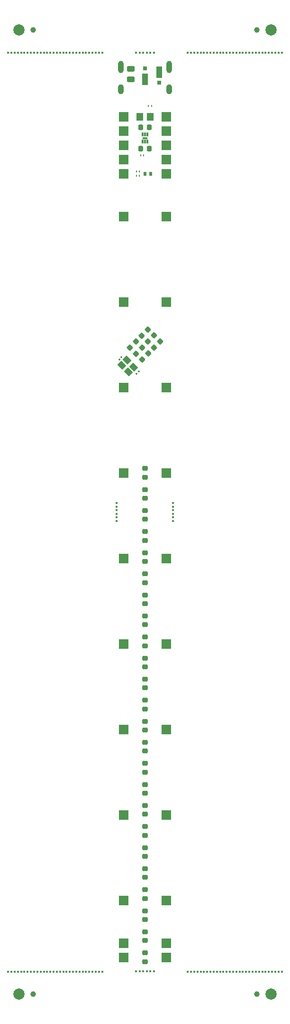
<source format=gbs>
G04 #@! TF.GenerationSoftware,KiCad,Pcbnew,(6.0.6)*
G04 #@! TF.CreationDate,2023-03-02T22:16:17-07:00*
G04 #@! TF.ProjectId,RP2040-Breadstick,52503230-3430-42d4-9272-656164737469,0.1*
G04 #@! TF.SameCoordinates,Original*
G04 #@! TF.FileFunction,Soldermask,Bot*
G04 #@! TF.FilePolarity,Negative*
%FSLAX46Y46*%
G04 Gerber Fmt 4.6, Leading zero omitted, Abs format (unit mm)*
G04 Created by KiCad (PCBNEW (6.0.6)) date 2023-03-02 22:16:17*
%MOMM*%
%LPD*%
G01*
G04 APERTURE LIST*
G04 Aperture macros list*
%AMRoundRect*
0 Rectangle with rounded corners*
0 $1 Rounding radius*
0 $2 $3 $4 $5 $6 $7 $8 $9 X,Y pos of 4 corners*
0 Add a 4 corners polygon primitive as box body*
4,1,4,$2,$3,$4,$5,$6,$7,$8,$9,$2,$3,0*
0 Add four circle primitives for the rounded corners*
1,1,$1+$1,$2,$3*
1,1,$1+$1,$4,$5*
1,1,$1+$1,$6,$7*
1,1,$1+$1,$8,$9*
0 Add four rect primitives between the rounded corners*
20,1,$1+$1,$2,$3,$4,$5,0*
20,1,$1+$1,$4,$5,$6,$7,0*
20,1,$1+$1,$6,$7,$8,$9,0*
20,1,$1+$1,$8,$9,$2,$3,0*%
%AMRotRect*
0 Rectangle, with rotation*
0 The origin of the aperture is its center*
0 $1 length*
0 $2 width*
0 $3 Rotation angle, in degrees counterclockwise*
0 Add horizontal line*
21,1,$1,$2,0,0,$3*%
G04 Aperture macros list end*
%ADD10RoundRect,0.225000X0.017678X-0.335876X0.335876X-0.017678X-0.017678X0.335876X-0.335876X0.017678X0*%
%ADD11R,1.700000X1.700000*%
%ADD12R,0.600000X0.700000*%
%ADD13R,0.250000X0.350000*%
%ADD14RoundRect,0.225000X-0.250000X0.225000X-0.250000X-0.225000X0.250000X-0.225000X0.250000X0.225000X0*%
%ADD15C,1.000000*%
%ADD16RotRect,0.350000X0.250000X135.000000*%
%ADD17RoundRect,0.225000X-0.017678X0.335876X-0.335876X0.017678X0.017678X-0.335876X0.335876X-0.017678X0*%
%ADD18RoundRect,0.006000X0.094000X-0.319000X0.094000X0.319000X-0.094000X0.319000X-0.094000X-0.319000X0*%
%ADD19R,0.940000X0.300000*%
%ADD20RoundRect,0.225000X0.225000X0.250000X-0.225000X0.250000X-0.225000X-0.250000X0.225000X-0.250000X0*%
%ADD21RoundRect,0.225000X-0.225000X-0.250000X0.225000X-0.250000X0.225000X0.250000X-0.225000X0.250000X0*%
%ADD22R,1.100000X2.000000*%
%ADD23R,0.800000X0.800000*%
%ADD24RotRect,0.350000X0.250000X315.000000*%
%ADD25RoundRect,0.243750X0.456250X-0.243750X0.456250X0.243750X-0.456250X0.243750X-0.456250X-0.243750X0*%
%ADD26RotRect,1.200000X1.000000X315.000000*%
%ADD27R,1.150000X1.450000*%
%ADD28C,0.450000*%
%ADD29O,1.000000X2.200000*%
%ADD30O,1.000000X1.800000*%
%ADD31C,2.000000*%
G04 APERTURE END LIST*
D10*
X86421563Y-78590879D03*
X87517579Y-77494863D03*
D11*
X85290000Y-45050000D03*
D12*
X90108000Y-47590000D03*
X89108000Y-47590000D03*
D11*
X92910000Y-45050000D03*
D13*
X88317000Y-44288000D03*
X88867000Y-44288000D03*
D14*
X89100000Y-115174128D03*
X89100000Y-116724128D03*
D11*
X92910000Y-177130000D03*
D14*
X89100000Y-179005422D03*
X89100000Y-180555422D03*
D10*
X87495984Y-79674016D03*
X88592000Y-78578000D03*
D11*
X92910000Y-39970000D03*
D14*
X89100000Y-148967166D03*
X89100000Y-150517166D03*
D15*
X109100000Y-22000000D03*
D16*
X84900254Y-80339346D03*
X84511346Y-80728254D03*
D14*
X89100000Y-186514986D03*
X89100000Y-188064986D03*
D17*
X91806932Y-77518330D03*
X90710916Y-78614346D03*
D14*
X89100000Y-126438474D03*
X89100000Y-127988474D03*
D15*
X109100000Y-193830000D03*
D11*
X85290000Y-85690000D03*
X85290000Y-146650000D03*
X92910000Y-100930000D03*
D15*
X69100000Y-22000000D03*
D14*
X89100000Y-167741076D03*
X89100000Y-169291076D03*
D17*
X90729301Y-76440699D03*
X89633285Y-77536715D03*
D11*
X85290000Y-161890000D03*
D18*
X89500000Y-41865000D03*
X89100000Y-41865000D03*
X88700000Y-41865000D03*
X88700000Y-40615000D03*
X89100000Y-40615000D03*
X89500000Y-40615000D03*
D19*
X89100000Y-41240000D03*
D14*
X89100000Y-103909782D03*
X89100000Y-105459782D03*
D11*
X85290000Y-100930000D03*
X85290000Y-131410000D03*
D13*
X88105000Y-47971000D03*
X87555000Y-47971000D03*
D20*
X89875000Y-43145000D03*
X88325000Y-43145000D03*
D15*
X69100000Y-193830000D03*
D11*
X92910000Y-70450000D03*
D14*
X89100000Y-145212384D03*
X89100000Y-146762384D03*
D21*
X88325000Y-39335000D03*
X89875000Y-39335000D03*
D14*
X89100000Y-171495858D03*
X89100000Y-173045858D03*
D11*
X85290000Y-42510000D03*
D22*
X89100000Y-30760000D03*
D23*
X89100000Y-28860000D03*
D13*
X90264000Y-35525000D03*
X89714000Y-35525000D03*
X88105000Y-47209000D03*
X87555000Y-47209000D03*
D14*
X89085000Y-122683692D03*
X89085000Y-124233692D03*
X89100000Y-137702820D03*
X89100000Y-139252820D03*
D10*
X88573615Y-80751647D03*
X89669631Y-79655631D03*
D11*
X92910000Y-55210000D03*
X85290000Y-47590000D03*
D14*
X89100000Y-160231512D03*
X89100000Y-161781512D03*
X89100000Y-141457602D03*
X89100000Y-143007602D03*
D24*
X87584746Y-83268254D03*
X87973654Y-82879346D03*
D11*
X92910000Y-146650000D03*
D14*
X89100000Y-163986294D03*
X89100000Y-165536294D03*
D11*
X92910000Y-47590000D03*
X85290000Y-39970000D03*
X85290000Y-70450000D03*
D14*
X89100000Y-156476730D03*
X89100000Y-158026730D03*
X89100000Y-130193256D03*
X89100000Y-131743256D03*
D25*
X86560000Y-30747500D03*
X86560000Y-28872500D03*
D11*
X92910000Y-131410000D03*
X92910000Y-85690000D03*
D14*
X89100000Y-152721948D03*
X89100000Y-154271948D03*
D11*
X85290000Y-184750000D03*
X85290000Y-187290000D03*
D14*
X89085000Y-118928910D03*
X89085000Y-120478910D03*
D11*
X92910000Y-184750000D03*
D14*
X89100000Y-107664564D03*
X89100000Y-109214564D03*
X89100000Y-100155000D03*
X89100000Y-101705000D03*
X89100000Y-175250640D03*
X89100000Y-176800640D03*
D26*
X85885179Y-80844740D03*
X87087260Y-82046821D03*
X86168021Y-82966060D03*
X84965940Y-81763979D03*
D11*
X92910000Y-161890000D03*
X92910000Y-116170000D03*
D14*
X89100000Y-182760204D03*
X89100000Y-184310204D03*
D11*
X85290000Y-55210000D03*
D22*
X91640000Y-29495000D03*
D23*
X91640000Y-31395000D03*
D11*
X85290000Y-37430000D03*
X92910000Y-37430000D03*
X92910000Y-187290000D03*
X85290000Y-116170000D03*
D27*
X88200000Y-37430000D03*
X90000000Y-37430000D03*
D11*
X92910000Y-42510000D03*
D17*
X89651670Y-75363068D03*
X88555654Y-76459084D03*
D11*
X85290000Y-177130000D03*
D14*
X89100000Y-111419346D03*
X89100000Y-112969346D03*
X89100000Y-133948038D03*
X89100000Y-135498038D03*
D28*
X100215151Y-26000000D03*
X80302425Y-26000000D03*
X94130000Y-108235000D03*
X108906060Y-189830000D03*
X101373939Y-189830000D03*
X90060000Y-26050000D03*
X110064848Y-189830000D03*
X97318181Y-26000000D03*
X110644242Y-189830000D03*
X98476969Y-26000000D03*
X75087879Y-189830000D03*
X84070000Y-108235000D03*
X103691515Y-26000000D03*
X113541212Y-189830000D03*
X105429696Y-26000000D03*
X74508485Y-189830000D03*
X94130000Y-106955000D03*
X80881819Y-26000000D03*
X72770304Y-26000000D03*
D29*
X93420000Y-28538199D03*
X84780000Y-28538199D03*
D30*
X93420000Y-32538200D03*
X84780000Y-32538200D03*
D28*
X71032122Y-189830000D03*
X69293940Y-189830000D03*
X104270909Y-189830000D03*
X112961818Y-189830000D03*
X99635757Y-189830000D03*
X101953333Y-189830000D03*
X70452728Y-26000000D03*
X81461213Y-26000000D03*
X66976364Y-189830000D03*
X97318181Y-189830000D03*
X73349697Y-189830000D03*
X104270909Y-26000000D03*
X68135152Y-189830000D03*
X71611516Y-189830000D03*
X65817576Y-189830000D03*
X88140000Y-26050000D03*
X70452728Y-189830000D03*
X76246667Y-26000000D03*
X65238182Y-26000000D03*
X84070000Y-109515000D03*
X96738787Y-26000000D03*
X98476969Y-189830000D03*
X68135152Y-26000000D03*
X84070000Y-106955000D03*
X99635757Y-26000000D03*
X90700000Y-26050000D03*
X109485454Y-26000000D03*
X108906060Y-26000000D03*
X65238182Y-189830000D03*
X106588484Y-26000000D03*
X101953333Y-26000000D03*
X103691515Y-189830000D03*
X94130000Y-106315000D03*
X79723031Y-26000000D03*
X79143637Y-26000000D03*
X101373939Y-26000000D03*
X78564243Y-26000000D03*
X112382424Y-26000000D03*
X67555758Y-189830000D03*
X109485454Y-189830000D03*
X84070000Y-106315000D03*
X66396970Y-189830000D03*
X81461213Y-189830000D03*
X102532727Y-26000000D03*
D31*
X66600000Y-22000000D03*
D28*
X77405455Y-189830000D03*
X69293940Y-26000000D03*
X88140000Y-189780000D03*
X76826061Y-189830000D03*
X76246667Y-189830000D03*
X110064848Y-26000000D03*
X68714546Y-26000000D03*
X113541212Y-26000000D03*
X66396970Y-26000000D03*
X75087879Y-26000000D03*
X94130000Y-107595000D03*
X104850303Y-189830000D03*
D31*
X111600000Y-193830000D03*
D28*
X108326666Y-189830000D03*
X66976364Y-26000000D03*
X65817576Y-26000000D03*
X89420000Y-189780000D03*
X72190910Y-26000000D03*
X107747272Y-26000000D03*
X80302425Y-189830000D03*
X76826061Y-26000000D03*
X102532727Y-189830000D03*
X90700000Y-189780000D03*
X73929091Y-26000000D03*
X69873334Y-26000000D03*
X99056363Y-26000000D03*
X106009090Y-189830000D03*
X69873334Y-189830000D03*
X111223636Y-189830000D03*
X67555758Y-26000000D03*
X88780000Y-26050000D03*
X68714546Y-189830000D03*
X88780000Y-189780000D03*
X111803030Y-189830000D03*
X87500000Y-26050000D03*
X106009090Y-26000000D03*
X107167878Y-26000000D03*
X97897575Y-189830000D03*
X110644242Y-26000000D03*
X77405455Y-26000000D03*
X77984849Y-26000000D03*
X73349697Y-26000000D03*
X74508485Y-26000000D03*
X111223636Y-26000000D03*
X72190910Y-189830000D03*
X72770304Y-189830000D03*
X84070000Y-108875000D03*
X108326666Y-26000000D03*
X107747272Y-189830000D03*
X89420000Y-26050000D03*
X94130000Y-108875000D03*
X97897575Y-26000000D03*
X79143637Y-189830000D03*
X112382424Y-189830000D03*
X78564243Y-189830000D03*
X64658788Y-26000000D03*
X100794545Y-189830000D03*
X75667273Y-189830000D03*
X103112121Y-26000000D03*
X96738787Y-189830000D03*
X77984849Y-189830000D03*
X106588484Y-189830000D03*
D31*
X111600000Y-22000000D03*
D28*
X103112121Y-189830000D03*
X90060000Y-189780000D03*
X107167878Y-189830000D03*
X104850303Y-26000000D03*
D31*
X66600000Y-193830000D03*
D28*
X112961818Y-26000000D03*
X87500000Y-189780000D03*
X71611516Y-26000000D03*
X105429696Y-189830000D03*
X75667273Y-26000000D03*
X79723031Y-189830000D03*
X111803030Y-26000000D03*
X99056363Y-189830000D03*
X100215151Y-189830000D03*
X84070000Y-107595000D03*
X94130000Y-109515000D03*
X71032122Y-26000000D03*
X73929091Y-189830000D03*
X80881819Y-189830000D03*
X100794545Y-26000000D03*
X64658788Y-189830000D03*
M02*

</source>
